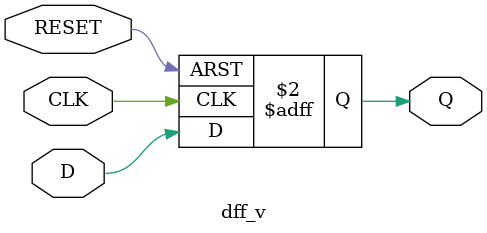
<source format=v>
module dff_v(CLK, RESET, D, Q);
    input CLK, RESET, D;
    output Q;
    reg Q;

always @(posedge CLK or posedge RESET)
begin
    if (RESET)
        Q <= 0;
    else
        Q <= D;
end
endmodule

</source>
